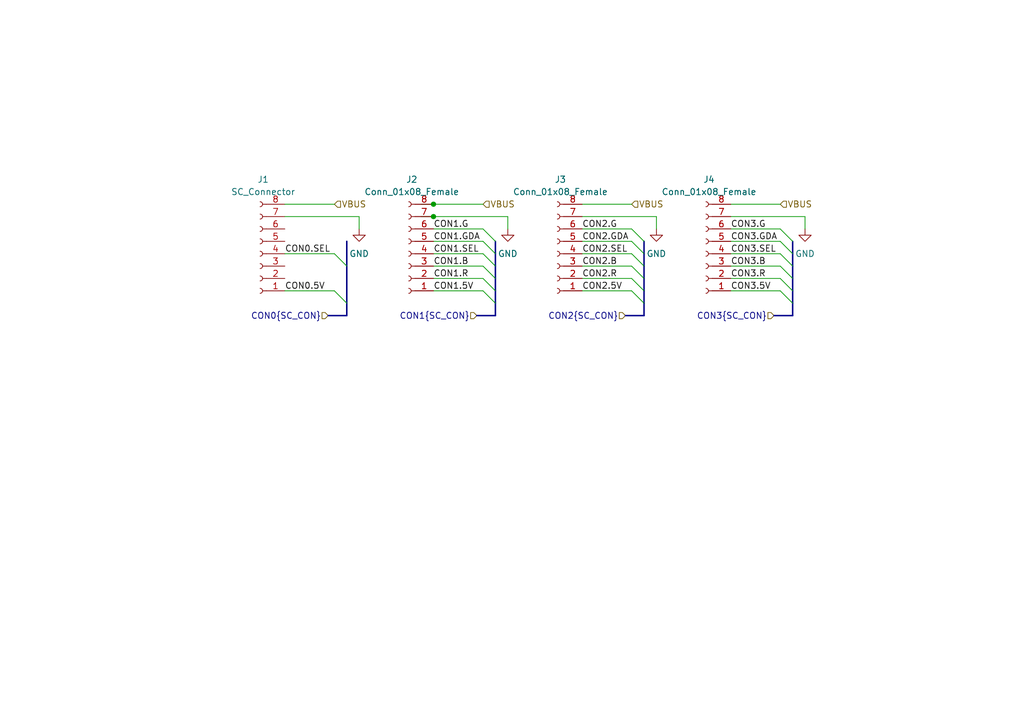
<source format=kicad_sch>
(kicad_sch (version 20211123) (generator eeschema)
  (paper "A5")
  (lib_symbols
    (symbol "Connector:Conn_01x08_Female" (pin_names (offset 1.016) hide)
      (property "Reference" "J" (at 0 10.16 0))
      (property "Value" "Conn_01x08_Female" (at 0 -12.7 0))
      (symbol "Conn_01x08_Female_1_1"
        (arc (start 0 -9.652) (mid -0.508 -10.16) (end 0 -10.668) (stroke (width 0.1524)))
        (arc (start 0 -7.112) (mid -0.508 -7.62) (end 0 -8.128) (stroke (width 0.1524)))
        (arc (start 0 -4.572) (mid -0.508 -5.08) (end 0 -5.588) (stroke (width 0.1524)))
        (arc (start 0 -2.032) (mid -0.508 -2.54) (end 0 -3.048) (stroke (width 0.1524)))
        (polyline (pts (xy -1.27 -10.16) (xy -0.508 -10.16)) (stroke (width 0.1524)))
        (polyline (pts (xy -1.27 -7.62) (xy -0.508 -7.62)) (stroke (width 0.1524)))
        (polyline (pts (xy -1.27 -5.08) (xy -0.508 -5.08)) (stroke (width 0.1524)))
        (polyline (pts (xy -1.27 -2.54) (xy -0.508 -2.54)) (stroke (width 0.1524)))
        (polyline (pts (xy -1.27 0) (xy -0.508 0)) (stroke (width 0.1524)))
        (polyline (pts (xy -1.27 2.54) (xy -0.508 2.54)) (stroke (width 0.1524)))
        (polyline (pts (xy -1.27 5.08) (xy -0.508 5.08)) (stroke (width 0.1524)))
        (polyline (pts (xy -1.27 7.62) (xy -0.508 7.62)) (stroke (width 0.1524)))
        (arc (start 0 0.508) (mid -0.508 0) (end 0 -0.508) (stroke (width 0.1524)))
        (arc (start 0 3.048) (mid -0.508 2.54) (end 0 2.032) (stroke (width 0.1524)))
        (arc (start 0 5.588) (mid -0.508 5.08) (end 0 4.572) (stroke (width 0.1524)))
        (arc (start 0 8.128) (mid -0.508 7.62) (end 0 7.112) (stroke (width 0.1524)))
        (pin passive line (at -5.08 7.62 0) (length 3.81) (name "Pin_1") (number "1"))
        (pin passive line (at -5.08 5.08 0) (length 3.81) (name "Pin_2") (number "2"))
        (pin passive line (at -5.08 2.54 0) (length 3.81) (name "Pin_3") (number "3"))
        (pin passive line (at -5.08 0 0) (length 3.81) (name "Pin_4") (number "4"))
        (pin passive line (at -5.08 -2.54 0) (length 3.81) (name "Pin_5") (number "5"))
        (pin passive line (at -5.08 -5.08 0) (length 3.81) (name "Pin_6") (number "6"))
        (pin passive line (at -5.08 -7.62 0) (length 3.81) (name "Pin_7") (number "7"))
        (pin passive line (at -5.08 -10.16 0) (length 3.81) (name "Pin_8") (number "8"))
      )
    )
    (symbol "StackCabinet:SC_Connector" (pin_names (offset 1.016) hide)
      (property "Reference" "J" (at 0 11.43 0))
      (property "Value" "SC_Connector" (at 0 8.89 0))
      (symbol "SC_Connector_1_1"
        (arc (start 0 -13.208) (mid 0.508 -12.7) (end 0 -12.192) (stroke (width 0.1524)))
        (arc (start 0 -10.668) (mid 0.508 -10.16) (end 0 -9.652) (stroke (width 0.1524)))
        (arc (start 0 -8.128) (mid 0.508 -7.62) (end 0 -7.112) (stroke (width 0.1524)))
        (arc (start 0 -5.588) (mid 0.508 -5.08) (end 0 -4.572) (stroke (width 0.1524)))
        (arc (start 0 -3.048) (mid 0.508 -2.54) (end 0 -2.032) (stroke (width 0.1524)))
        (arc (start 0 -0.508) (mid 0.508 0) (end 0 0.508) (stroke (width 0.1524)))
        (polyline (pts (xy 1.27 -12.7) (xy 0.508 -12.7)) (stroke (width 0.1524)))
        (polyline (pts (xy 1.27 -10.16) (xy 0.508 -10.16)) (stroke (width 0.1524)))
        (polyline (pts (xy 1.27 -7.62) (xy 0.508 -7.62)) (stroke (width 0.1524)))
        (polyline (pts (xy 1.27 -5.08) (xy 0.508 -5.08)) (stroke (width 0.1524)))
        (polyline (pts (xy 1.27 -2.54) (xy 0.508 -2.54)) (stroke (width 0.1524)))
        (polyline (pts (xy 1.27 0) (xy 0.508 0)) (stroke (width 0.1524)))
        (polyline (pts (xy 1.27 2.54) (xy 0.508 2.54)) (stroke (width 0.1524)))
        (polyline (pts (xy 1.27 5.08) (xy 0.508 5.08)) (stroke (width 0.1524)))
        (arc (start 0 2.032) (mid 0.508 2.54) (end 0 3.048) (stroke (width 0.1524)))
        (arc (start 0 4.572) (mid 0.508 5.08) (end 0 5.588) (stroke (width 0.1524)))
        (pin passive line (at 5.08 -12.7 180) (length 3.81) (name "Pin_1") (number "1"))
        (pin passive line (at 5.08 -10.16 180) (length 3.81) (name "Pin_2") (number "2"))
        (pin passive line (at 5.08 -7.62 180) (length 3.81) (name "Pin_3") (number "3"))
        (pin passive line (at 5.08 -5.08 180) (length 3.81) (name "Pin_4") (number "4"))
        (pin passive line (at 5.08 -2.54 180) (length 3.81) (name "Pin_5") (number "5"))
        (pin passive line (at 5.08 0 180) (length 3.81) (name "Pin_6") (number "6"))
        (pin power_out line (at 5.08 2.54 180) (length 3.81) (name "Pin_7") (number "7"))
        (pin power_out line (at 5.08 5.08 180) (length 3.81) (name "Pin_8") (number "8"))
      )
    )
    (symbol "power:GND" (power) (pin_names (offset 0))
      (property "Value" "GND" (at 0 -3.81 0))
      (symbol "GND_0_1"
        (polyline (pts (xy 0 0) (xy 0 -1.27) (xy 1.27 -1.27) (xy 0 -2.54) (xy -1.27 -1.27) (xy 0 -1.27)))
      )
      (symbol "GND_1_1"
        (pin power_in line (at 0 0 270) (length 0) hide (name "GND") (number "1"))
      )
    )
  )
  (bus_alias "SC_CON" (members "G" "GDA" "SEL" "B" "R" "5V"))
  (junction (at 88.9 41.91))
  (junction (at 88.9 44.45))
  (bus_entry (at 99.06 49.53) (size 2.54 2.54))
  (bus_entry (at 160.02 46.99) (size 2.54 2.54))
  (bus_entry (at 99.06 54.61) (size 2.54 2.54))
  (bus_entry (at 129.54 46.99) (size 2.54 2.54))
  (bus_entry (at 68.58 52.07) (size 2.54 2.54))
  (bus_entry (at 68.58 59.69) (size 2.54 2.54))
  (bus_entry (at 160.02 54.61) (size 2.54 2.54))
  (bus_entry (at 99.06 57.15) (size 2.54 2.54))
  (bus_entry (at 129.54 59.69) (size 2.54 2.54))
  (bus_entry (at 129.54 52.07) (size 2.54 2.54))
  (bus_entry (at 129.54 54.61) (size 2.54 2.54))
  (bus_entry (at 129.54 49.53) (size 2.54 2.54))
  (bus_entry (at 160.02 52.07) (size 2.54 2.54))
  (bus_entry (at 99.06 52.07) (size 2.54 2.54))
  (bus_entry (at 160.02 57.15) (size 2.54 2.54))
  (bus_entry (at 160.02 49.53) (size 2.54 2.54))
  (bus_entry (at 160.02 59.69) (size 2.54 2.54))
  (bus_entry (at 129.54 57.15) (size 2.54 2.54))
  (bus_entry (at 99.06 59.69) (size 2.54 2.54))
  (bus_entry (at 99.06 46.99) (size 2.54 2.54))
  (wire (pts (xy 119.38 57.15) (xy 129.54 57.15)))
  (wire (pts (xy 119.38 54.61) (xy 129.54 54.61)))
  (wire (pts (xy 58.42 59.69) (xy 68.58 59.69)))
  (bus (pts (xy 101.6 54.61) (xy 101.6 57.15)))
  (wire (pts (xy 149.86 57.15) (xy 160.02 57.15)))
  (bus (pts (xy 101.6 49.53) (xy 101.6 52.07)))
  (wire (pts (xy 119.38 59.69) (xy 129.54 59.69)))
  (wire (pts (xy 149.86 52.07) (xy 160.02 52.07)))
  (wire (pts (xy 58.42 44.45) (xy 73.66 44.45)))
  (bus (pts (xy 132.08 54.61) (xy 132.08 57.15)))
  (bus (pts (xy 162.56 62.23) (xy 162.56 64.77)))
  (bus (pts (xy 162.56 49.53) (xy 162.56 52.07)))
  (wire (pts (xy 165.1 44.45) (xy 165.1 46.99)))
  (bus (pts (xy 132.08 64.77) (xy 128.27 64.77)))
  (bus (pts (xy 132.08 57.15) (xy 132.08 59.69)))
  (bus (pts (xy 101.6 64.77) (xy 97.79 64.77)))
  (bus (pts (xy 71.12 62.23) (xy 71.12 64.77)))
  (bus (pts (xy 162.56 54.61) (xy 162.56 57.15)))
  (bus (pts (xy 101.6 52.07) (xy 101.6 54.61)))
  (wire (pts (xy 58.42 52.07) (xy 68.58 52.07)))
  (wire (pts (xy 119.38 41.91) (xy 129.54 41.91)))
  (wire (pts (xy 88.9 46.99) (xy 99.06 46.99)))
  (bus (pts (xy 71.12 64.77) (xy 67.31 64.77)))
  (wire (pts (xy 119.38 49.53) (xy 129.54 49.53)))
  (bus (pts (xy 132.08 49.53) (xy 132.08 52.07)))
  (wire (pts (xy 149.86 44.45) (xy 165.1 44.45)))
  (wire (pts (xy 149.86 46.99) (xy 160.02 46.99)))
  (bus (pts (xy 71.12 54.61) (xy 71.12 62.23)))
  (bus (pts (xy 162.56 64.77) (xy 158.75 64.77)))
  (bus (pts (xy 132.08 52.07) (xy 132.08 54.61)))
  (bus (pts (xy 132.08 59.69) (xy 132.08 62.23)))
  (wire (pts (xy 86.36 44.45) (xy 88.9 44.45)))
  (wire (pts (xy 88.9 44.45) (xy 104.14 44.45)))
  (bus (pts (xy 162.56 57.15) (xy 162.56 59.69)))
  (bus (pts (xy 101.6 62.23) (xy 101.6 64.77)))
  (bus (pts (xy 162.56 52.07) (xy 162.56 54.61)))
  (wire (pts (xy 88.9 54.61) (xy 99.06 54.61)))
  (wire (pts (xy 149.86 59.69) (xy 160.02 59.69)))
  (wire (pts (xy 134.62 44.45) (xy 134.62 46.99)))
  (wire (pts (xy 73.66 44.45) (xy 73.66 46.99)))
  (bus (pts (xy 162.56 59.69) (xy 162.56 62.23)))
  (bus (pts (xy 101.6 57.15) (xy 101.6 59.69)))
  (wire (pts (xy 88.9 41.91) (xy 99.06 41.91)))
  (wire (pts (xy 149.86 54.61) (xy 160.02 54.61)))
  (wire (pts (xy 88.9 57.15) (xy 99.06 57.15)))
  (bus (pts (xy 101.6 59.69) (xy 101.6 62.23)))
  (wire (pts (xy 88.9 49.53) (xy 99.06 49.53)))
  (wire (pts (xy 58.42 41.91) (xy 68.58 41.91)))
  (bus (pts (xy 71.12 49.53) (xy 71.12 54.61)))
  (wire (pts (xy 149.86 49.53) (xy 160.02 49.53)))
  (wire (pts (xy 119.38 52.07) (xy 129.54 52.07)))
  (wire (pts (xy 88.9 59.69) (xy 99.06 59.69)))
  (wire (pts (xy 119.38 46.99) (xy 129.54 46.99)))
  (wire (pts (xy 86.36 41.91) (xy 88.9 41.91)))
  (wire (pts (xy 119.38 44.45) (xy 134.62 44.45)))
  (wire (pts (xy 149.86 41.91) (xy 160.02 41.91)))
  (bus (pts (xy 132.08 62.23) (xy 132.08 64.77)))
  (wire (pts (xy 104.14 44.45) (xy 104.14 46.99)))
  (wire (pts (xy 88.9 52.07) (xy 99.06 52.07)))
  (label "CON2.GDA" (at 119.38 49.53 0))
  (label "CON3.GDA" (at 149.86 49.53 0))
  (label "CON3.SEL" (at 149.86 52.07 0))
  (label "CON2.R" (at 119.38 57.15 0))
  (label "CON3.G" (at 149.86 46.99 0))
  (label "CON2.G" (at 119.38 46.99 0))
  (label "CON1.R" (at 88.9 57.15 0))
  (label "CON3.B" (at 149.86 54.61 0))
  (label "CON3.5V" (at 149.86 59.69 0))
  (label "CON1.5V" (at 88.9 59.69 0))
  (label "CON0.SEL" (at 58.42 52.07 0))
  (label "CON2.B" (at 119.38 54.61 0))
  (label "CON2.SEL" (at 119.38 52.07 0))
  (label "CON1.SEL" (at 88.9 52.07 0))
  (label "CON1.G" (at 88.9 46.99 0))
  (label "CON0.5V" (at 58.42 59.69 0))
  (label "CON3.R" (at 149.86 57.15 0))
  (label "CON2.5V" (at 119.38 59.69 0))
  (label "CON1.GDA" (at 88.9 49.53 0))
  (label "CON1.B" (at 88.9 54.61 0))
  (hierarchical_label "VBUS" (shape input) (at 99.06 41.91 0))
  (hierarchical_label "CON2{SC_CON}" (shape input) (at 128.27 64.77 180))
  (hierarchical_label "CON0{SC_CON}" (shape input) (at 67.31 64.77 180))
  (hierarchical_label "CON1{SC_CON}" (shape input) (at 97.79 64.77 180))
  (hierarchical_label "VBUS" (shape input) (at 68.58 41.91 0))
  (hierarchical_label "VBUS" (shape input) (at 129.54 41.91 0))
  (hierarchical_label "CON3{SC_CON}" (shape input) (at 158.75 64.77 180))
  (hierarchical_label "VBUS" (shape input) (at 160.02 41.91 0))
  (symbol (lib_id "Connector:Conn_01x08_Female") (at 114.3 52.07 180) (unit 1)
    (property "Reference" "J3" (at 114.935 36.83 0))
    (property "Value" "Conn_01x08_Female" (at 114.935 39.37 0))
  )
  (symbol (lib_id "Connector:Conn_01x08_Female") (at 144.78 52.07 180) (unit 1)
    (property "Reference" "J4" (at 145.415 36.83 0))
    (property "Value" "Conn_01x08_Female" (at 145.415 39.37 0))
  )
  (symbol (lib_id "power:GND") (at 73.66 46.99 0) (unit 1)
    (property "Reference" "#PWR0101" (effects hide))
    (property "Value" "GND" (at 73.66 52.07 0))
  )
  (symbol (lib_id "StackCabinet:SC_Connector") (at 53.34 46.99 0) (unit 1)
    (property "Reference" "J1" (at 53.975 36.83 0))
    (property "Value" "SC_Connector" (at 53.975 39.37 0))
  )
  (symbol (lib_id "power:GND") (at 104.14 46.99 0) (unit 1)
    (property "Reference" "#PWR01" (effects hide))
    (property "Value" "GND" (at 104.14 52.07 0))
  )
  (symbol (lib_id "power:GND") (at 165.1 46.99 0) (unit 1)
    (property "Reference" "#PWR03" (effects hide))
    (property "Value" "GND" (at 165.1 52.07 0))
  )
  (symbol (lib_id "power:GND") (at 134.62 46.99 0) (unit 1)
    (property "Reference" "#PWR02" (effects hide))
    (property "Value" "GND" (at 134.62 52.07 0))
  )
  (symbol (lib_id "Connector:Conn_01x08_Female") (at 83.82 52.07 180) (unit 1)
    (property "Reference" "J2" (at 84.455 36.83 0))
    (property "Value" "Conn_01x08_Female" (at 84.455 39.37 0))
  )
)
</source>
